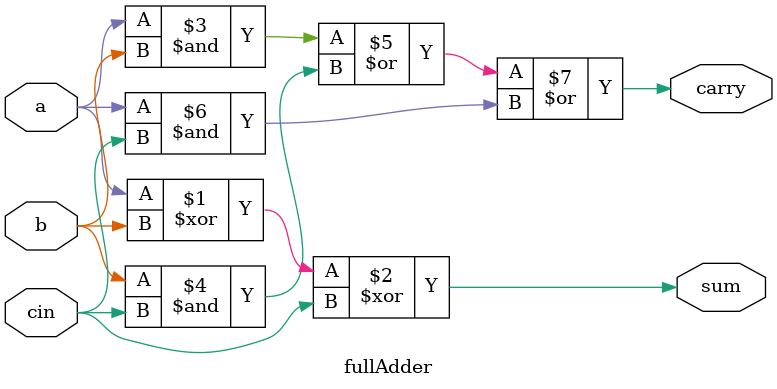
<source format=v>
module fullAdder(
  input a,
  input b,
  input cin,
  output sum,
  output carry
);
  assign sum = a ^ b ^ cin;
  assign carry = (a & b) | (b & cin) | (a & cin);
endmodule
</source>
